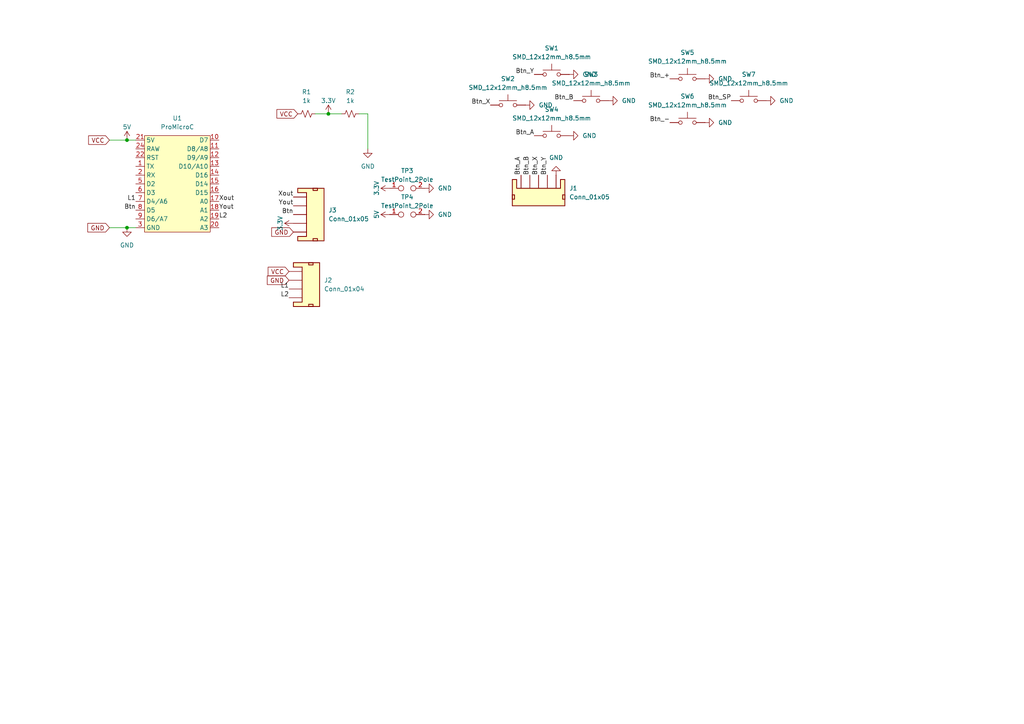
<source format=kicad_sch>
(kicad_sch (version 20250114) (generator "eeschema") (generator_version "9.0")
  (paper "A4")
  (lib_symbols
    (symbol "Connector:TestPoint_2Pole" (pin_names (offset 0.762) (hide yes))
      (property "Reference" "TP" (at 0 1.524 0))
      (property "Value" "TestPoint_2Pole" (at 0 -1.778 0))
      (symbol "TestPoint_2Pole_0_1"
        (circle (center -1.778 0) (radius 0.762))
        (circle (center 1.778 0) (radius 0.762))
        (pin passive line (at -5.08 0 0) (length 2.54) (name "1") (number "1"))
        (pin passive line (at 5.08 0 180) (length 2.54) (name "2") (number "2"))
      )
    )
    (symbol "PCM_SparkFun-Board:ProMicroC"
      (property "Reference" "U" (at 1.27 0 0))
      (property "Value" "ProMicroC" (at 15.24 0 0))
      (symbol "ProMicroC_1_1"
        (rectangle (start 0 -1.27) (end 19.05 -29.21) (fill (type background)))
        (pin input line (at -2.54 -2.54 0) (length 2.54) (name "5V") (number "21"))
        (pin input line (at -2.54 -5.08 0) (length 2.54) (name "RAW") (number "24"))
        (pin input line (at -2.54 -7.62 0) (length 2.54) (name "RST") (number "22"))
        (pin input line (at -2.54 -10.16 0) (length 2.54) (name "TX") (number "1"))
        (pin input line (at -2.54 -12.7 0) (length 2.54) (name "RX") (number "2"))
        (pin input line (at -2.54 -15.24 0) (length 2.54) (name "D2") (number "5"))
        (pin input line (at -2.54 -17.78 0) (length 2.54) (name "D3") (number "6"))
        (pin input line (at -2.54 -20.32 0) (length 2.54) (name "D4/A6") (number "7"))
        (pin input line (at -2.54 -22.86 0) (length 2.54) (name "D5") (number "8"))
        (pin input line (at -2.54 -25.4 0) (length 2.54) (name "D6/A7") (number "9"))
        (pin input line (at -2.54 -27.94 0) (length 2.54) (hide yes) (name "GND") (number "23"))
        (pin input line (at -2.54 -27.94 0) (length 2.54) (name "GND") (number "3"))
        (pin input line (at -2.54 -27.94 0) (length 2.54) (hide yes) (name "GND") (number "4"))
        (pin input line (at 21.59 -2.54 180) (length 2.54) (name "D7") (number "10"))
        (pin input line (at 21.59 -5.08 180) (length 2.54) (name "D8/A8") (number "11"))
        (pin input line (at 21.59 -7.62 180) (length 2.54) (name "D9/A9") (number "12"))
        (pin input line (at 21.59 -10.16 180) (length 2.54) (name "D10/A10") (number "13"))
        (pin input line (at 21.59 -12.7 180) (length 2.54) (name "D16") (number "14"))
        (pin input line (at 21.59 -15.24 180) (length 2.54) (name "D14") (number "15"))
        (pin input line (at 21.59 -17.78 180) (length 2.54) (name "D15") (number "16"))
        (pin input line (at 21.59 -20.32 180) (length 2.54) (name "A0") (number "17"))
        (pin input line (at 21.59 -22.86 180) (length 2.54) (name "A1") (number "18"))
        (pin input line (at 21.59 -25.4 180) (length 2.54) (name "A2") (number "19"))
        (pin input line (at 21.59 -27.94 180) (length 2.54) (name "A3") (number "20"))
      )
    )
    (symbol "PCM_SparkFun-Connector:Conn_01x04_JST_P2.0mm_Horizontal_SMD" (pin_numbers (hide yes)) (pin_names (offset 1.016) (hide yes))
      (property "Reference" "J" (at 0 6.096 0))
      (property "Value" "Conn_01x04" (at -0.254 -9.144 0))
      (symbol "Conn_01x04_JST_P2.0mm_Horizontal_SMD_1_1"
        (polyline (pts (xy -1.27 3.81) (xy -3.81 3.81) (xy -3.81 5.08) (xy 3.81 5.08) (xy 3.81 -7.62) (xy -3.81 -7.62) (xy -3.81 -6.35) (xy -1.27 -6.35) (xy -1.27 3.81)) (stroke (width 0.254)) (fill (type background)))
        (rectangle (start 0.635 5.08) (end 1.905 4.445) (stroke (width 0.254)))
        (rectangle (start 0.635 -6.985) (end 1.905 -7.62) (stroke (width 0.254)))
        (pin passive line (at -5.08 2.54 0) (length 3.81) (name "1") (number "1"))
        (pin passive line (at -5.08 0 0) (length 3.81) (name "2") (number "2"))
        (pin passive line (at -5.08 -2.54 0) (length 3.81) (name "3") (number "3"))
        (pin passive line (at -5.08 -5.08 0) (length 3.81) (name "4") (number "4"))
      )
    )
    (symbol "PCM_SparkFun-Connector:Conn_01x05_JST_P1.0mm_Horizontal_SMD" (pin_numbers (hide yes)) (pin_names (offset 1.016) (hide yes))
      (property "Reference" "J" (at 0 8.636 0))
      (property "Value" "Conn_01x05" (at -0.254 -9.144 0))
      (symbol "Conn_01x05_JST_P1.0mm_Horizontal_SMD_1_1"
        (polyline (pts (xy -1.27 6.35) (xy -3.81 6.35) (xy -3.81 7.62) (xy 3.81 7.62) (xy 3.81 -7.62) (xy -3.81 -7.62) (xy -3.81 -6.35) (xy -1.27 -6.35) (xy -1.27 6.35)) (stroke (width 0.254)) (fill (type background)))
        (rectangle (start 0.635 7.62) (end 1.905 6.985) (stroke (width 0.254)))
        (rectangle (start 0.635 -6.985) (end 1.905 -7.62) (stroke (width 0.254)))
        (pin passive line (at -5.08 5.08 0) (length 3.81) (name "1") (number "1"))
        (pin passive line (at -5.08 2.54 0) (length 3.81) (name "2") (number "2"))
        (pin passive line (at -5.08 0 0) (length 3.81) (name "3") (number "3"))
        (pin passive line (at -5.08 -2.54 0) (length 3.81) (name "4") (number "4"))
        (pin passive line (at -5.08 -5.08 0) (length 3.81) (name "5") (number "5"))
      )
    )
    (symbol "PCM_SparkFun-PowerSymbol:3.3V" (power) (pin_names (offset 0))
      (property "Value" "3.3V" (at 0 3.81 0))
      (symbol "3.3V_0_1"
        (polyline (pts (xy -0.762 1.27) (xy 0 2.54)))
        (polyline (pts (xy 0 2.54) (xy 0.762 1.27)))
        (polyline (pts (xy 0 0) (xy 0 2.54)))
      )
      (symbol "3.3V_1_1"
        (pin power_in line (at 0 0 90) (length 0) (hide yes) (name "3.3V") (number "1"))
      )
    )
    (symbol "PCM_SparkFun-PowerSymbol:5V" (power) (pin_names (offset 0))
      (property "Value" "5V" (at 0 3.81 0))
      (symbol "5V_0_1"
        (polyline (pts (xy -0.762 1.27) (xy 0 2.54)))
        (polyline (pts (xy 0 2.54) (xy 0.762 1.27)))
        (polyline (pts (xy 0 0) (xy 0 2.54)))
      )
      (symbol "5V_1_1"
        (pin power_in line (at 0 0 90) (length 0) (hide yes) (name "5V") (number "1"))
      )
    )
    (symbol "PCM_SparkFun-Resistor:1k_0402" (pin_numbers (hide yes)) (pin_names (offset 0))
      (property "Reference" "R" (at 0 -2.54 0))
      (property "Value" "1k" (at 0 2.54 0))
      (symbol "1k_0402_0_1"
        (polyline (pts (xy -1.524 0) (xy -1.143 1.016) (xy -0.762 0) (xy -0.381 -1.016) (xy 0 0)))
        (polyline (pts (xy 0 0) (xy 0.381 1.016) (xy 0.762 0) (xy 1.143 -1.016) (xy 1.524 0)))
      )
      (symbol "1k_0402_1_1"
        (pin passive line (at -2.54 0 0) (length 1.016) (name "~") (number "1"))
        (pin passive line (at 2.54 0 180) (length 1.016) (name "~") (number "2"))
      )
    )
    (symbol "PCM_SparkFun-Switch:SPST_Push_SMD_12x12mm_h8.5mm" (pin_numbers (hide yes)) (pin_names (offset 0) (hide yes))
      (property "Reference" "SW" (at 0 5.08 0))
      (property "Value" "SMD_12x12mm_h8.5mm" (at 0 -2.54 0))
      (symbol "SPST_Push_SMD_12x12mm_h8.5mm_0_1"
        (circle (center -2.032 0) (radius 0.508))
        (polyline (pts (xy 0 1.27) (xy 0 3.048)))
        (circle (center 2.032 0) (radius 0.508))
        (polyline (pts (xy 2.54 1.27) (xy -2.54 1.27)))
      )
      (symbol "SPST_Push_SMD_12x12mm_h8.5mm_1_1"
        (pin passive line (at -5.08 0 0) (length 2.54) (name "1") (number "1"))
        (pin passive line (at 5.08 0 180) (length 2.54) (name "2") (number "2"))
      )
    )
    (symbol "power:GND" (power) (pin_numbers (hide yes)) (pin_names (offset 0) (hide yes))
      (property "Value" "GND" (at 0 -3.81 0))
      (symbol "GND_0_1"
        (polyline (pts (xy 0 0) (xy 0 -1.27) (xy 1.27 -1.27) (xy 0 -2.54) (xy -1.27 -1.27) (xy 0 -1.27)))
      )
      (symbol "GND_1_1"
        (pin power_in line (at 0 0 270) (length 0) (name "~") (number "1"))
      )
    )
  )
  (junction (at 95.25 33.02))
  (junction (at 36.83 66.04))
  (junction (at 36.83 40.64))
  (wire (pts (xy 106.68 33.02) (xy 106.68 43.18)))
  (wire (pts (xy 31.75 66.04) (xy 36.83 66.04)))
  (wire (pts (xy 36.83 40.64) (xy 39.37 40.64)))
  (wire (pts (xy 36.83 66.04) (xy 39.37 66.04)))
  (wire (pts (xy 104.14 33.02) (xy 106.68 33.02)))
  (wire (pts (xy 91.44 33.02) (xy 95.25 33.02)))
  (wire (pts (xy 95.25 33.02) (xy 99.06 33.02)))
  (wire (pts (xy 31.75 40.64) (xy 36.83 40.64)))
  (label "Btn_A" (at 154.94 39.37 180))
  (label "Btn_-" (at 194.31 35.56 180))
  (label "Yout" (at 63.5 60.96 0))
  (label "Xout" (at 85.09 57.15 180))
  (label "Yout" (at 85.09 59.69 180))
  (label "Btn_SP" (at 212.09 29.21 180))
  (label "L2" (at 83.82 86.36 180))
  (label "Btn" (at 85.09 62.23 180))
  (label "Btn" (at 39.37 60.96 180))
  (label "Btn_X" (at 142.24 30.48 180))
  (label "Btn_B" (at 153.67 50.8 90))
  (label "Btn_A" (at 151.13 50.8 90))
  (label "Btn_X" (at 156.21 50.8 90))
  (label "L1" (at 39.37 58.42 180))
  (label "Btn_Y" (at 158.75 50.8 90))
  (label "Btn_Y" (at 154.94 21.59 180))
  (label "L1" (at 83.82 83.82 180))
  (label "Xout" (at 63.5 58.42 0))
  (label "L2" (at 63.5 63.5 0))
  (label "Btn_B" (at 166.37 29.21 180))
  (label "Btn_+" (at 194.31 22.86 180))
  (global_label "VCC" (shape input) (at 86.36 33.02 180) (property "Intersheetrefs" "${INTERSHEET_REFS}" (effects (hide yes))))
  (global_label "GND" (shape input) (at 85.09 67.31 180) (property "Intersheetrefs" "${INTERSHEET_REFS}" (effects (hide yes))))
  (global_label "GND" (shape input) (at 31.75 66.04 180) (property "Intersheetrefs" "${INTERSHEET_REFS}" (effects (hide yes))))
  (global_label "VCC" (shape input) (at 31.75 40.64 180) (property "Intersheetrefs" "${INTERSHEET_REFS}" (effects (hide yes))))
  (global_label "GND" (shape input) (at 83.82 81.28 180) (property "Intersheetrefs" "${INTERSHEET_REFS}" (effects (hide yes))))
  (global_label "VCC" (shape input) (at 83.82 78.74 180) (property "Intersheetrefs" "${INTERSHEET_REFS}" (effects (hide yes))))
  (symbol (lib_id "power:GND") (at 36.83 66.04 0) (unit 1)
    (property "Reference" "#PWR01" (effects (hide yes)))
    (property "Value" "GND" (at 36.83 71.12 0))
    (property "Description" "Power symbol creates a global label with name \"GND\" , ground" (effects (hide yes)))
  )
  (symbol (lib_id "PCM_SparkFun-Connector:Conn_01x04_JST_P2.0mm_Horizontal_SMD") (at 88.9 81.28 0) (unit 1)
    (property "Reference" "J2" (at 93.98 81.2799 0) (effects (justify left)))
    (property "Value" "Conn_01x04" (at 93.98 83.8199 0) (effects (justify left)))
    (property "Footprint" "PCM_SparkFun-Connector:JST_1x04_P2.0mm_Horizontal_SMD" (effects (hide yes)))
    (property "Datasheet" "https://www.sparkfun.com/datasheets/Prototyping/ePH.pdf" (effects (hide yes)))
    (property "Description" "Single row 4 pin connector" (effects (hide yes)))
    (property "SparkFun" "PRT-09916" (effects (hide yes)))
  )
  (symbol (lib_id "PCM_SparkFun-Switch:SPST_Push_SMD_12x12mm_h8.5mm") (at 160.02 39.37 0) (unit 1)
    (property "Reference" "SW4" (at 160.02 31.75 0))
    (property "Value" "SMD_12x12mm_h8.5mm" (at 160.02 34.29 0))
    (property "Footprint" "PCM_SparkFun-Switch:Push_SMD_12x12mm" (effects (hide yes)))
    (property "Datasheet" "https://cdn.sparkfun.com/datasheets/Components/Switches/N301102.pdf" (effects (hide yes)))
    (property "Description" "Single Pole Single Throw (SPST) switch" (effects (hide yes)))
    (property "PROD_ID" "SWCH-11967" (effects (hide yes)))
    (property "Mfg Part#" "EG4904TR-ND" (effects (hide yes)))
  )
  (symbol (lib_id "PCM_SparkFun-Connector:Conn_01x05_JST_P1.0mm_Horizontal_SMD") (at 90.17 62.23 0) (unit 1)
    (property "Reference" "J3" (at 95.25 60.9599 0) (effects (justify left)))
    (property "Value" "Conn_01x05" (at 95.25 63.4999 0) (effects (justify left)))
    (property "Footprint" "PCM_SparkFun-Connector:JST_1x05_P1.25mm_Locking_Horizontal_SMD" (effects (hide yes)))
    (property "Datasheet" "https://www.jst-mfg.com/product/pdf/eng/eSH.pdf" (effects (hide yes)))
    (property "Description" "Right angle SMD polarized connector" (effects (hide yes)))
    (property "PROD_ID" "CONN-20121" (effects (hide yes)))
  )
  (symbol (lib_id "power:GND") (at 123.19 54.61 90) (unit 1)
    (property "Reference" "#PWR07" (effects (hide yes)))
    (property "Value" "GND" (at 127 54.6099 90) (effects (justify right)))
    (property "Description" "Power symbol creates a global label with name \"GND\" , ground" (effects (hide yes)))
  )
  (symbol (lib_id "PCM_SparkFun-Resistor:1k_0402") (at 101.6 33.02 0) (unit 1)
    (property "Reference" "R2" (at 101.6 26.67 0))
    (property "Value" "1k" (at 101.6 29.21 0))
    (property "Footprint" "PCM_SparkFun-Resistor:R_0402_1005Metric" (effects (hide yes)))
    (property "Datasheet" "https://www.vishay.com/docs/20035/dcrcwe3.pdf" (effects (hide yes)))
    (property "Description" "Resistor" (effects (hide yes)))
    (property "PROD_ID" "RES-14342" (effects (hide yes)))
  )
  (symbol (lib_id "power:GND") (at 123.19 62.23 90) (unit 1)
    (property "Reference" "#PWR08" (effects (hide yes)))
    (property "Value" "GND" (at 127 62.2299 90) (effects (justify right)))
    (property "Description" "Power symbol creates a global label with name \"GND\" , ground" (effects (hide yes)))
  )
  (symbol (lib_id "PCM_SparkFun-Switch:SPST_Push_SMD_12x12mm_h8.5mm") (at 217.17 29.21 0) (unit 1)
    (property "Reference" "SW7" (at 217.17 21.59 0))
    (property "Value" "SMD_12x12mm_h8.5mm" (at 217.17 24.13 0))
    (property "Footprint" "PCM_SparkFun-Switch:Push_SMD_12x12mm" (effects (hide yes)))
    (property "Datasheet" "https://cdn.sparkfun.com/datasheets/Components/Switches/N301102.pdf" (effects (hide yes)))
    (property "Description" "Single Pole Single Throw (SPST) switch" (effects (hide yes)))
    (property "PROD_ID" "SWCH-11967" (effects (hide yes)))
    (property "Mfg Part#" "EG4904TR-ND" (effects (hide yes)))
  )
  (symbol (lib_id "power:GND") (at 161.29 50.8 180) (unit 1)
    (property "Reference" "#PWR017" (effects (hide yes)))
    (property "Value" "GND" (at 161.29 45.72 0))
    (property "Description" "Power symbol creates a global label with name \"GND\" , ground" (effects (hide yes)))
  )
  (symbol (lib_id "PCM_SparkFun-PowerSymbol:5V") (at 113.03 62.23 90) (unit 1)
    (property "Reference" "#PWR09" (effects (hide yes)))
    (property "Value" "5V" (at 109.22 62.23 0))
    (property "Description" "Power symbol creates a global label with name \"5V\"" (effects (hide yes)))
  )
  (symbol (lib_id "PCM_SparkFun-Switch:SPST_Push_SMD_12x12mm_h8.5mm") (at 147.32 30.48 0) (unit 1)
    (property "Reference" "SW2" (at 147.32 22.86 0))
    (property "Value" "SMD_12x12mm_h8.5mm" (at 147.32 25.4 0))
    (property "Footprint" "PCM_SparkFun-Switch:Push_SMD_12x12mm" (effects (hide yes)))
    (property "Datasheet" "https://cdn.sparkfun.com/datasheets/Components/Switches/N301102.pdf" (effects (hide yes)))
    (property "Description" "Single Pole Single Throw (SPST) switch" (effects (hide yes)))
    (property "PROD_ID" "SWCH-11967" (effects (hide yes)))
    (property "Mfg Part#" "EG4904TR-ND" (effects (hide yes)))
  )
  (symbol (lib_id "PCM_SparkFun-PowerSymbol:3.3V") (at 85.09 64.77 90) (unit 1)
    (property "Reference" "#PWR05" (effects (hide yes)))
    (property "Value" "3.3V" (at 81.28 64.77 0))
    (property "Description" "Power symbol creates a global label with name \"3.3V\"" (effects (hide yes)))
  )
  (symbol (lib_id "Connector:TestPoint_2Pole") (at 118.11 54.61 0) (unit 1)
    (property "Reference" "TP3" (at 118.11 49.53 0))
    (property "Value" "TestPoint_2Pole" (at 118.11 52.07 0))
    (property "Footprint" "TestPoint:TestPoint_Bridge_Pitch2.0mm_Drill0.7mm" (effects (hide yes)))
    (property "Description" "2-polar test point" (effects (hide yes)))
  )
  (symbol (lib_id "PCM_SparkFun-Board:ProMicroC") (at 41.91 38.1 0) (unit 1)
    (property "Reference" "U1" (at 51.435 34.29 0))
    (property "Value" "ProMicroC" (at 51.435 36.83 0))
    (property "Footprint" "PCM_SparkFun-Board:ProMicroC" (effects (hide yes)))
    (property "Datasheet" "https://www.sparkfun.com/products/15795" (effects (hide yes)))
  )
  (symbol (lib_id "PCM_SparkFun-Switch:SPST_Push_SMD_12x12mm_h8.5mm") (at 199.39 35.56 0) (unit 1)
    (property "Reference" "SW6" (at 199.39 27.94 0))
    (property "Value" "SMD_12x12mm_h8.5mm" (at 199.39 30.48 0))
    (property "Footprint" "PCM_SparkFun-Switch:Push_SMD_12x12mm" (effects (hide yes)))
    (property "Datasheet" "https://cdn.sparkfun.com/datasheets/Components/Switches/N301102.pdf" (effects (hide yes)))
    (property "Description" "Single Pole Single Throw (SPST) switch" (effects (hide yes)))
    (property "PROD_ID" "SWCH-11967" (effects (hide yes)))
    (property "Mfg Part#" "EG4904TR-ND" (effects (hide yes)))
  )
  (symbol (lib_id "PCM_SparkFun-PowerSymbol:3.3V") (at 113.03 54.61 90) (unit 1)
    (property "Reference" "#PWR06" (effects (hide yes)))
    (property "Value" "3.3V" (at 109.22 54.61 0))
    (property "Description" "Power symbol creates a global label with name \"3.3V\"" (effects (hide yes)))
  )
  (symbol (lib_id "power:GND") (at 176.53 29.21 90) (unit 1)
    (property "Reference" "#PWR011" (effects (hide yes)))
    (property "Value" "GND" (at 180.34 29.2099 90) (effects (justify right)))
    (property "Description" "Power symbol creates a global label with name \"GND\" , ground" (effects (hide yes)))
  )
  (symbol (lib_id "PCM_SparkFun-Switch:SPST_Push_SMD_12x12mm_h8.5mm") (at 160.02 21.59 0) (unit 1)
    (property "Reference" "SW1" (at 160.02 13.97 0))
    (property "Value" "SMD_12x12mm_h8.5mm" (at 160.02 16.51 0))
    (property "Footprint" "PCM_SparkFun-Switch:Push_SMD_12x12mm" (effects (hide yes)))
    (property "Datasheet" "https://cdn.sparkfun.com/datasheets/Components/Switches/N301102.pdf" (effects (hide yes)))
    (property "Description" "Single Pole Single Throw (SPST) switch" (effects (hide yes)))
    (property "PROD_ID" "SWCH-11967" (effects (hide yes)))
    (property "Mfg Part#" "EG4904TR-ND" (effects (hide yes)))
  )
  (symbol (lib_id "PCM_SparkFun-Switch:SPST_Push_SMD_12x12mm_h8.5mm") (at 199.39 22.86 0) (unit 1)
    (property "Reference" "SW5" (at 199.39 15.24 0))
    (property "Value" "SMD_12x12mm_h8.5mm" (at 199.39 17.78 0))
    (property "Footprint" "PCM_SparkFun-Switch:Push_SMD_12x12mm" (effects (hide yes)))
    (property "Datasheet" "https://cdn.sparkfun.com/datasheets/Components/Switches/N301102.pdf" (effects (hide yes)))
    (property "Description" "Single Pole Single Throw (SPST) switch" (effects (hide yes)))
    (property "PROD_ID" "SWCH-11967" (effects (hide yes)))
    (property "Mfg Part#" "EG4904TR-ND" (effects (hide yes)))
  )
  (symbol (lib_id "power:GND") (at 204.47 35.56 90) (unit 1)
    (property "Reference" "#PWR014" (effects (hide yes)))
    (property "Value" "GND" (at 208.28 35.5599 90) (effects (justify right)))
    (property "Description" "Power symbol creates a global label with name \"GND\" , ground" (effects (hide yes)))
  )
  (symbol (lib_id "PCM_SparkFun-Resistor:1k_0402") (at 88.9 33.02 0) (unit 1)
    (property "Reference" "R1" (at 88.9 26.67 0))
    (property "Value" "1k" (at 88.9 29.21 0))
    (property "Footprint" "PCM_SparkFun-Resistor:R_0402_1005Metric" (effects (hide yes)))
    (property "Datasheet" "https://www.vishay.com/docs/20035/dcrcwe3.pdf" (effects (hide yes)))
    (property "Description" "Resistor" (effects (hide yes)))
    (property "PROD_ID" "RES-14342" (effects (hide yes)))
  )
  (symbol (lib_id "PCM_SparkFun-PowerSymbol:3.3V") (at 95.25 33.02 0) (unit 1)
    (property "Reference" "#PWR04" (effects (hide yes)))
    (property "Value" "3.3V" (at 95.25 29.21 0))
    (property "Description" "Power symbol creates a global label with name \"3.3V\"" (effects (hide yes)))
  )
  (symbol (lib_id "PCM_SparkFun-PowerSymbol:5V") (at 36.83 40.64 0) (unit 1)
    (property "Reference" "#PWR02" (effects (hide yes)))
    (property "Value" "5V" (at 36.83 36.83 0))
    (property "Description" "Power symbol creates a global label with name \"5V\"" (effects (hide yes)))
  )
  (symbol (lib_id "PCM_SparkFun-Connector:Conn_01x05_JST_P1.0mm_Horizontal_SMD") (at 156.21 55.88 270) (unit 1)
    (property "Reference" "J1" (at 165.1 54.6099 90) (effects (justify left)))
    (property "Value" "Conn_01x05" (at 165.1 57.1499 90) (effects (justify left)))
    (property "Footprint" "PCM_SparkFun-Connector:JST_1x05_P1.25mm_Locking_Horizontal_SMD" (effects (hide yes)))
    (property "Datasheet" "https://www.jst-mfg.com/product/pdf/eng/eSH.pdf" (effects (hide yes)))
    (property "Description" "Right angle SMD polarized connector" (effects (hide yes)))
    (property "PROD_ID" "CONN-20121" (effects (hide yes)))
  )
  (symbol (lib_id "power:GND") (at 165.1 21.59 90) (unit 1)
    (property "Reference" "#PWR012" (effects (hide yes)))
    (property "Value" "GND" (at 168.91 21.5899 90) (effects (justify right)))
    (property "Description" "Power symbol creates a global label with name \"GND\" , ground" (effects (hide yes)))
  )
  (symbol (lib_id "power:GND") (at 106.68 43.18 0) (unit 1)
    (property "Reference" "#PWR03" (effects (hide yes)))
    (property "Value" "GND" (at 106.68 48.26 0))
    (property "Description" "Power symbol creates a global label with name \"GND\" , ground" (effects (hide yes)))
  )
  (symbol (lib_id "power:GND") (at 152.4 30.48 90) (unit 1)
    (property "Reference" "#PWR013" (effects (hide yes)))
    (property "Value" "GND" (at 156.21 30.4799 90) (effects (justify right)))
    (property "Description" "Power symbol creates a global label with name \"GND\" , ground" (effects (hide yes)))
  )
  (symbol (lib_id "power:GND") (at 204.47 22.86 90) (unit 1)
    (property "Reference" "#PWR016" (effects (hide yes)))
    (property "Value" "GND" (at 208.28 22.8599 90) (effects (justify right)))
    (property "Description" "Power symbol creates a global label with name \"GND\" , ground" (effects (hide yes)))
  )
  (symbol (lib_id "Connector:TestPoint_2Pole") (at 118.11 62.23 0) (unit 1)
    (property "Reference" "TP4" (at 118.11 57.15 0))
    (property "Value" "TestPoint_2Pole" (at 118.11 59.69 0))
    (property "Footprint" "TestPoint:TestPoint_Bridge_Pitch2.0mm_Drill0.7mm" (effects (hide yes)))
    (property "Description" "2-polar test point" (effects (hide yes)))
  )
  (symbol (lib_id "PCM_SparkFun-Switch:SPST_Push_SMD_12x12mm_h8.5mm") (at 171.45 29.21 0) (unit 1)
    (property "Reference" "SW3" (at 171.45 21.59 0))
    (property "Value" "SMD_12x12mm_h8.5mm" (at 171.45 24.13 0))
    (property "Footprint" "PCM_SparkFun-Switch:Push_SMD_12x12mm" (effects (hide yes)))
    (property "Datasheet" "https://cdn.sparkfun.com/datasheets/Components/Switches/N301102.pdf" (effects (hide yes)))
    (property "Description" "Single Pole Single Throw (SPST) switch" (effects (hide yes)))
    (property "PROD_ID" "SWCH-11967" (effects (hide yes)))
    (property "Mfg Part#" "EG4904TR-ND" (effects (hide yes)))
  )
  (symbol (lib_id "power:GND") (at 222.25 29.21 90) (unit 1)
    (property "Reference" "#PWR015" (effects (hide yes)))
    (property "Value" "GND" (at 226.06 29.2099 90) (effects (justify right)))
    (property "Description" "Power symbol creates a global label with name \"GND\" , ground" (effects (hide yes)))
  )
  (symbol (lib_id "power:GND") (at 165.1 39.37 90) (unit 1)
    (property "Reference" "#PWR010" (effects (hide yes)))
    (property "Value" "GND" (at 168.91 39.3699 90) (effects (justify right)))
    (property "Description" "Power symbol creates a global label with name \"GND\" , ground" (effects (hide yes)))
  )
)
</source>
